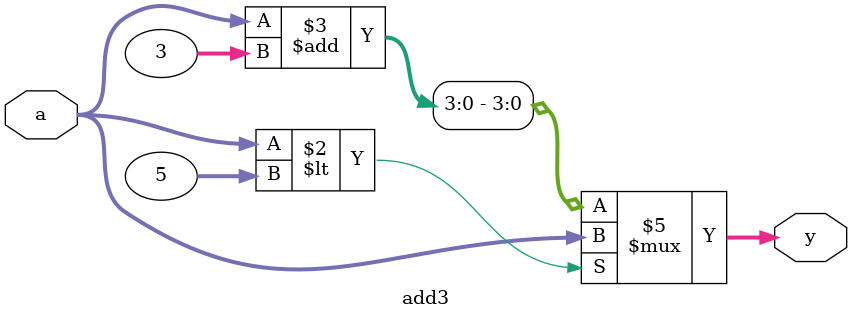
<source format=sv>
`timescale 1ns / 1ps


module add3(
	input logic [3:0]a,
	output logic [3:0]y
	);

	always_comb begin 
		if (a<5)y=a;
		else y=a+3;
end 
endmodule 


</source>
